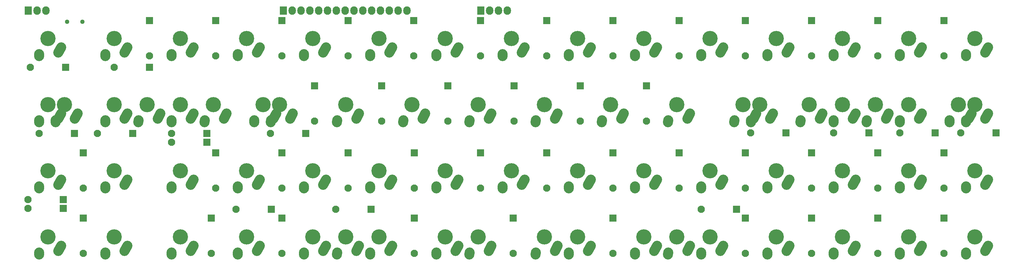
<source format=gts>
G04 #@! TF.FileFunction,Soldermask,Top*
%FSLAX46Y46*%
G04 Gerber Fmt 4.6, Leading zero omitted, Abs format (unit mm)*
G04 Created by KiCad (PCBNEW 4.0.3-stable) date Wednesday, August 31, 2016 'PMt' 09:30:59 PM*
%MOMM*%
%LPD*%
G01*
G04 APERTURE LIST*
%ADD10C,0.150000*%
%ADD11C,2.099260*%
%ADD12R,2.099260X2.099260*%
%ADD13C,4.387810*%
%ADD14C,2.900000*%
%ADD15C,1.299160*%
%ADD16R,2.127200X2.432000*%
%ADD17O,2.127200X2.432000*%
G04 APERTURE END LIST*
D10*
D11*
X33020000Y-36830000D03*
D12*
X43180000Y-36830000D03*
D11*
X57150000Y-36830000D03*
D12*
X67310000Y-36830000D03*
D11*
X67315080Y-33528000D03*
D12*
X67315080Y-23368000D03*
D11*
X86365080Y-33528000D03*
D12*
X86365080Y-23368000D03*
D11*
X105410000Y-33528000D03*
D12*
X105410000Y-23368000D03*
D11*
X124460000Y-33528000D03*
D12*
X124460000Y-23368000D03*
D11*
X143397460Y-33528000D03*
D12*
X143397460Y-23368000D03*
D11*
X162560000Y-33528000D03*
D12*
X162560000Y-23368000D03*
D11*
X181610000Y-33528000D03*
D12*
X181610000Y-23368000D03*
D11*
X200660000Y-33528000D03*
D12*
X200660000Y-23368000D03*
D11*
X219704920Y-33528000D03*
D12*
X219704920Y-23368000D03*
D11*
X238760000Y-33528000D03*
D12*
X238760000Y-23368000D03*
D11*
X257810000Y-33528000D03*
D12*
X257810000Y-23368000D03*
D11*
X276860000Y-33528000D03*
D12*
X276860000Y-23368000D03*
D11*
X295910000Y-33528000D03*
D12*
X295910000Y-23368000D03*
D11*
X35560000Y-55880000D03*
D12*
X45720000Y-55880000D03*
D11*
X52324000Y-55880000D03*
D12*
X62484000Y-55880000D03*
D11*
X73660000Y-55880000D03*
D12*
X83820000Y-55880000D03*
D11*
X102108000Y-55880000D03*
D12*
X112268000Y-55880000D03*
D11*
X114808000Y-52324000D03*
D12*
X114808000Y-42164000D03*
D11*
X134112000Y-52324000D03*
D12*
X134112000Y-42164000D03*
D11*
X153162000Y-52324000D03*
D12*
X153162000Y-42164000D03*
D11*
X172212000Y-52324000D03*
D12*
X172212000Y-42164000D03*
D11*
X191262000Y-52324000D03*
D12*
X191262000Y-42164000D03*
D11*
X210312000Y-52324000D03*
D12*
X210312000Y-42164000D03*
D11*
X240283480Y-55755540D03*
D12*
X250443480Y-55755540D03*
D11*
X264159480Y-55755540D03*
D12*
X274319480Y-55755540D03*
D11*
X283210000Y-55753000D03*
D12*
X293370000Y-55753000D03*
D11*
X300736000Y-55753000D03*
D12*
X310896000Y-55753000D03*
D11*
X32385000Y-74930000D03*
D12*
X42545000Y-74930000D03*
D11*
X48260000Y-71628000D03*
D12*
X48260000Y-61468000D03*
D11*
X73660000Y-58420000D03*
D12*
X83820000Y-58420000D03*
D11*
X86365080Y-71628520D03*
D12*
X86365080Y-61468520D03*
D11*
X105410000Y-71628000D03*
D12*
X105410000Y-61468000D03*
D11*
X124460000Y-71628000D03*
D12*
X124460000Y-61468000D03*
D11*
X143510000Y-71628000D03*
D12*
X143510000Y-61468000D03*
D11*
X162560000Y-71628000D03*
D12*
X162560000Y-61468000D03*
D11*
X181610000Y-71628000D03*
D12*
X181610000Y-61468000D03*
D11*
X200660000Y-71628000D03*
D12*
X200660000Y-61468000D03*
D11*
X219710000Y-71628000D03*
D12*
X219710000Y-61468000D03*
D11*
X238760000Y-71628000D03*
D12*
X238760000Y-61468000D03*
D11*
X257812540Y-71628000D03*
D12*
X257812540Y-61468000D03*
D11*
X276860000Y-71628000D03*
D12*
X276860000Y-61468000D03*
D11*
X295910000Y-71628000D03*
D12*
X295910000Y-61468000D03*
D11*
X32385000Y-77470000D03*
D12*
X42545000Y-77470000D03*
D11*
X48260000Y-90424000D03*
D12*
X48260000Y-80264000D03*
D11*
X85095080Y-90424520D03*
D12*
X85095080Y-80264520D03*
D11*
X92202000Y-77724000D03*
D12*
X102362000Y-77724000D03*
D11*
X105410000Y-90424000D03*
D12*
X105410000Y-80264000D03*
D13*
X304800000Y-85725000D03*
D14*
X307799547Y-89724954D02*
X308610453Y-88265046D01*
X302260276Y-90804328D02*
X302299724Y-90225672D01*
D13*
X285750000Y-85725000D03*
D14*
X288749547Y-89724954D02*
X289560453Y-88265046D01*
X283210276Y-90804328D02*
X283249724Y-90225672D01*
D13*
X266700000Y-85725000D03*
D14*
X269699547Y-89724954D02*
X270510453Y-88265046D01*
X264160276Y-90804328D02*
X264199724Y-90225672D01*
D13*
X247650000Y-85725000D03*
D14*
X250649547Y-89724954D02*
X251460453Y-88265046D01*
X245110276Y-90804328D02*
X245149724Y-90225672D01*
D13*
X228600000Y-85725000D03*
D14*
X231599547Y-89724954D02*
X232410453Y-88265046D01*
X226060276Y-90804328D02*
X226099724Y-90225672D01*
D13*
X209550000Y-85725000D03*
D14*
X212549547Y-89724954D02*
X213360453Y-88265046D01*
X207010276Y-90804328D02*
X207049724Y-90225672D01*
D13*
X190500000Y-85725000D03*
D14*
X193499547Y-89724954D02*
X194310453Y-88265046D01*
X187960276Y-90804328D02*
X187999724Y-90225672D01*
D13*
X161925000Y-85725000D03*
D14*
X164924547Y-89724954D02*
X165735453Y-88265046D01*
X159385276Y-90804328D02*
X159424724Y-90225672D01*
D13*
X123825000Y-85725000D03*
D14*
X126824547Y-89724954D02*
X127635453Y-88265046D01*
X121285276Y-90804328D02*
X121324724Y-90225672D01*
D13*
X95250000Y-85725000D03*
D14*
X98249547Y-89724954D02*
X99060453Y-88265046D01*
X92710276Y-90804328D02*
X92749724Y-90225672D01*
D13*
X76200000Y-85725000D03*
D14*
X79199547Y-89724954D02*
X80010453Y-88265046D01*
X73660276Y-90804328D02*
X73699724Y-90225672D01*
D13*
X57150000Y-85725000D03*
D14*
X60149547Y-89724954D02*
X60960453Y-88265046D01*
X54610276Y-90804328D02*
X54649724Y-90225672D01*
D13*
X38100000Y-85725000D03*
D14*
X41099547Y-89724954D02*
X41910453Y-88265046D01*
X35560276Y-90804328D02*
X35599724Y-90225672D01*
D13*
X304800000Y-66675000D03*
D14*
X307799547Y-70674954D02*
X308610453Y-69215046D01*
X302260276Y-71754328D02*
X302299724Y-71175672D01*
D13*
X285750000Y-66675000D03*
D14*
X288749547Y-70674954D02*
X289560453Y-69215046D01*
X283210276Y-71754328D02*
X283249724Y-71175672D01*
D13*
X266700000Y-66675000D03*
D14*
X269699547Y-70674954D02*
X270510453Y-69215046D01*
X264160276Y-71754328D02*
X264199724Y-71175672D01*
D13*
X247650000Y-66675000D03*
D14*
X250649547Y-70674954D02*
X251460453Y-69215046D01*
X245110276Y-71754328D02*
X245149724Y-71175672D01*
D13*
X228600000Y-66675000D03*
D14*
X231599547Y-70674954D02*
X232410453Y-69215046D01*
X226060276Y-71754328D02*
X226099724Y-71175672D01*
D13*
X209550000Y-66675000D03*
D14*
X212549547Y-70674954D02*
X213360453Y-69215046D01*
X207010276Y-71754328D02*
X207049724Y-71175672D01*
D13*
X190500000Y-66675000D03*
D14*
X193499547Y-70674954D02*
X194310453Y-69215046D01*
X187960276Y-71754328D02*
X187999724Y-71175672D01*
D13*
X171450000Y-66675000D03*
D14*
X174449547Y-70674954D02*
X175260453Y-69215046D01*
X168910276Y-71754328D02*
X168949724Y-71175672D01*
D13*
X152400000Y-66675000D03*
D14*
X155399547Y-70674954D02*
X156210453Y-69215046D01*
X149860276Y-71754328D02*
X149899724Y-71175672D01*
D13*
X133350000Y-66675000D03*
D14*
X136349547Y-70674954D02*
X137160453Y-69215046D01*
X130810276Y-71754328D02*
X130849724Y-71175672D01*
D13*
X114300000Y-66675000D03*
D14*
X117299547Y-70674954D02*
X118110453Y-69215046D01*
X111760276Y-71754328D02*
X111799724Y-71175672D01*
D13*
X95250000Y-66675000D03*
D14*
X98249547Y-70674954D02*
X99060453Y-69215046D01*
X92710276Y-71754328D02*
X92749724Y-71175672D01*
D13*
X76200000Y-66675000D03*
D14*
X79199547Y-70674954D02*
X80010453Y-69215046D01*
X73660276Y-71754328D02*
X73699724Y-71175672D01*
D13*
X57150000Y-66675000D03*
D14*
X60149547Y-70674954D02*
X60960453Y-69215046D01*
X54610276Y-71754328D02*
X54649724Y-71175672D01*
D13*
X38100000Y-66675000D03*
D14*
X41099547Y-70674954D02*
X41910453Y-69215046D01*
X35560276Y-71754328D02*
X35599724Y-71175672D01*
D13*
X304800000Y-47625000D03*
D14*
X307799547Y-51624954D02*
X308610453Y-50165046D01*
X302260276Y-52704328D02*
X302299724Y-52125672D01*
D13*
X285750000Y-47625000D03*
D14*
X288749547Y-51624954D02*
X289560453Y-50165046D01*
X283210276Y-52704328D02*
X283249724Y-52125672D01*
D13*
X266700000Y-47625000D03*
D14*
X269699547Y-51624954D02*
X270510453Y-50165046D01*
X264160276Y-52704328D02*
X264199724Y-52125672D01*
D13*
X242887500Y-47625000D03*
D14*
X245887047Y-51624954D02*
X246697953Y-50165046D01*
X240347776Y-52704328D02*
X240387224Y-52125672D01*
D13*
X219075000Y-47625000D03*
D14*
X222074547Y-51624954D02*
X222885453Y-50165046D01*
X216535276Y-52704328D02*
X216574724Y-52125672D01*
D13*
X200025000Y-47625000D03*
D14*
X203024547Y-51624954D02*
X203835453Y-50165046D01*
X197485276Y-52704328D02*
X197524724Y-52125672D01*
D13*
X180975000Y-47625000D03*
D14*
X183974547Y-51624954D02*
X184785453Y-50165046D01*
X178435276Y-52704328D02*
X178474724Y-52125672D01*
D13*
X161925000Y-47625000D03*
D14*
X164924547Y-51624954D02*
X165735453Y-50165046D01*
X159385276Y-52704328D02*
X159424724Y-52125672D01*
D13*
X142875000Y-47625000D03*
D14*
X145874547Y-51624954D02*
X146685453Y-50165046D01*
X140335276Y-52704328D02*
X140374724Y-52125672D01*
D13*
X123825000Y-47625000D03*
D14*
X126824547Y-51624954D02*
X127635453Y-50165046D01*
X121285276Y-52704328D02*
X121324724Y-52125672D01*
D13*
X104775000Y-47625000D03*
D14*
X107774547Y-51624954D02*
X108585453Y-50165046D01*
X102235276Y-52704328D02*
X102274724Y-52125672D01*
D13*
X85725000Y-47625000D03*
D14*
X88724547Y-51624954D02*
X89535453Y-50165046D01*
X83185276Y-52704328D02*
X83224724Y-52125672D01*
D13*
X66675000Y-47625000D03*
D14*
X69674547Y-51624954D02*
X70485453Y-50165046D01*
X64135276Y-52704328D02*
X64174724Y-52125672D01*
D13*
X42862500Y-47625000D03*
D14*
X45862047Y-51624954D02*
X46672953Y-50165046D01*
X40322776Y-52704328D02*
X40362224Y-52125672D01*
D13*
X304800000Y-28575000D03*
D14*
X307799547Y-32574954D02*
X308610453Y-31115046D01*
X302260276Y-33654328D02*
X302299724Y-33075672D01*
D13*
X285750000Y-28575000D03*
D14*
X288749547Y-32574954D02*
X289560453Y-31115046D01*
X283210276Y-33654328D02*
X283249724Y-33075672D01*
D13*
X266700000Y-28575000D03*
D14*
X269699547Y-32574954D02*
X270510453Y-31115046D01*
X264160276Y-33654328D02*
X264199724Y-33075672D01*
D13*
X247650000Y-28575000D03*
D14*
X250649547Y-32574954D02*
X251460453Y-31115046D01*
X245110276Y-33654328D02*
X245149724Y-33075672D01*
D13*
X228600000Y-28575000D03*
D14*
X231599547Y-32574954D02*
X232410453Y-31115046D01*
X226060276Y-33654328D02*
X226099724Y-33075672D01*
D13*
X209550000Y-28575000D03*
D14*
X212549547Y-32574954D02*
X213360453Y-31115046D01*
X207010276Y-33654328D02*
X207049724Y-33075672D01*
D13*
X190500000Y-28575000D03*
D14*
X193499547Y-32574954D02*
X194310453Y-31115046D01*
X187960276Y-33654328D02*
X187999724Y-33075672D01*
D13*
X171450000Y-28575000D03*
D14*
X174449547Y-32574954D02*
X175260453Y-31115046D01*
X168910276Y-33654328D02*
X168949724Y-33075672D01*
D13*
X152400000Y-28575000D03*
D14*
X155399547Y-32574954D02*
X156210453Y-31115046D01*
X149860276Y-33654328D02*
X149899724Y-33075672D01*
D13*
X133350000Y-28575000D03*
D14*
X136349547Y-32574954D02*
X137160453Y-31115046D01*
X130810276Y-33654328D02*
X130849724Y-33075672D01*
D13*
X114300000Y-28575000D03*
D14*
X117299547Y-32574954D02*
X118110453Y-31115046D01*
X111760276Y-33654328D02*
X111799724Y-33075672D01*
D13*
X95250000Y-28575000D03*
D14*
X98249547Y-32574954D02*
X99060453Y-31115046D01*
X92710276Y-33654328D02*
X92749724Y-33075672D01*
D13*
X76200000Y-28575000D03*
D14*
X79199547Y-32574954D02*
X80010453Y-31115046D01*
X73660276Y-33654328D02*
X73699724Y-33075672D01*
D13*
X57150000Y-28575000D03*
D14*
X60149547Y-32574954D02*
X60960453Y-31115046D01*
X54610276Y-33654328D02*
X54649724Y-33075672D01*
D13*
X38100000Y-28575000D03*
D14*
X41099547Y-32574954D02*
X41910453Y-31115046D01*
X35560276Y-33654328D02*
X35599724Y-33075672D01*
D13*
X219075000Y-85725000D03*
D14*
X222074547Y-89724954D02*
X222885453Y-88265046D01*
X216535276Y-90804328D02*
X216574724Y-90225672D01*
D13*
X180975000Y-85725000D03*
D14*
X183974547Y-89724954D02*
X184785453Y-88265046D01*
X178435276Y-90804328D02*
X178474724Y-90225672D01*
D13*
X38100000Y-47625000D03*
D14*
X41099547Y-51624954D02*
X41910453Y-50165046D01*
X35560276Y-52704328D02*
X35599724Y-52125672D01*
D13*
X57150000Y-47625000D03*
D14*
X60149547Y-51624954D02*
X60960453Y-50165046D01*
X54610276Y-52704328D02*
X54649724Y-52125672D01*
D13*
X76200000Y-47625000D03*
D14*
X79199547Y-51624954D02*
X80010453Y-50165046D01*
X73660276Y-52704328D02*
X73699724Y-52125672D01*
D13*
X300037500Y-47625000D03*
D14*
X303037047Y-51624954D02*
X303847953Y-50165046D01*
X297497776Y-52704328D02*
X297537224Y-52125672D01*
D13*
X238125000Y-47625000D03*
D14*
X241124547Y-51624954D02*
X241935453Y-50165046D01*
X235585276Y-52704328D02*
X235624724Y-52125672D01*
D13*
X276225000Y-47625000D03*
D14*
X279224547Y-51624954D02*
X280035453Y-50165046D01*
X273685276Y-52704328D02*
X273724724Y-52125672D01*
D13*
X257175000Y-47625000D03*
D14*
X260174547Y-51624954D02*
X260985453Y-50165046D01*
X254635276Y-52704328D02*
X254674724Y-52125672D01*
D13*
X133350000Y-85725000D03*
D14*
X136349547Y-89724954D02*
X137160453Y-88265046D01*
X130810276Y-90804328D02*
X130849724Y-90225672D01*
D13*
X152400000Y-85725000D03*
D14*
X155399547Y-89724954D02*
X156210453Y-88265046D01*
X149860276Y-90804328D02*
X149899724Y-90225672D01*
D13*
X114300000Y-85725000D03*
D14*
X117299547Y-89724954D02*
X118110453Y-88265046D01*
X111760276Y-90804328D02*
X111799724Y-90225672D01*
D13*
X100012500Y-47625000D03*
D14*
X103012047Y-51624954D02*
X103822953Y-50165046D01*
X97472776Y-52704328D02*
X97512224Y-52125672D01*
D11*
X120904000Y-77724000D03*
D12*
X131064000Y-77724000D03*
D11*
X143510000Y-90424000D03*
D12*
X143510000Y-80264000D03*
D11*
X171958000Y-90424000D03*
D12*
X171958000Y-80264000D03*
D11*
X200660000Y-90424000D03*
D12*
X200660000Y-80264000D03*
D11*
X226060000Y-77724000D03*
D12*
X236220000Y-77724000D03*
D11*
X238760000Y-90424000D03*
D12*
X238760000Y-80264000D03*
D11*
X257810000Y-90424000D03*
D12*
X257810000Y-80264000D03*
D11*
X276860000Y-90424000D03*
D12*
X276860000Y-80264000D03*
D11*
X295910000Y-90424000D03*
D12*
X295910000Y-80264000D03*
D15*
X43647360Y-23710900D03*
X48046640Y-23710900D03*
D16*
X32460000Y-20500000D03*
D17*
X35000000Y-20500000D03*
X37540000Y-20500000D03*
D16*
X105840000Y-20500000D03*
D17*
X108380000Y-20500000D03*
X110920000Y-20500000D03*
X113460000Y-20500000D03*
X116000000Y-20500000D03*
X118540000Y-20500000D03*
X121080000Y-20500000D03*
X123620000Y-20500000D03*
X126160000Y-20500000D03*
X128700000Y-20500000D03*
X131240000Y-20500000D03*
X133780000Y-20500000D03*
X136320000Y-20500000D03*
X138860000Y-20500000D03*
X141400000Y-20500000D03*
D16*
X162670000Y-20500000D03*
D17*
X165210000Y-20500000D03*
X167750000Y-20500000D03*
X170290000Y-20500000D03*
M02*

</source>
